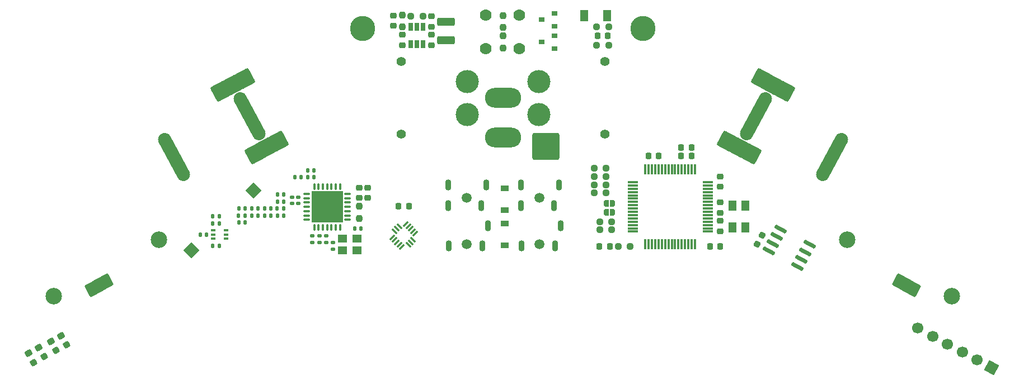
<source format=gts>
G04 #@! TF.GenerationSoftware,KiCad,Pcbnew,(6.0.0)*
G04 #@! TF.CreationDate,2022-01-13T00:17:18-05:00*
G04 #@! TF.ProjectId,TGD,5447442e-6b69-4636-9164-5f7063625858,rev?*
G04 #@! TF.SameCoordinates,Original*
G04 #@! TF.FileFunction,Soldermask,Top*
G04 #@! TF.FilePolarity,Negative*
%FSLAX46Y46*%
G04 Gerber Fmt 4.6, Leading zero omitted, Abs format (unit mm)*
G04 Created by KiCad (PCBNEW (6.0.0)) date 2022-01-13 00:17:18*
%MOMM*%
%LPD*%
G01*
G04 APERTURE LIST*
G04 Aperture macros list*
%AMRoundRect*
0 Rectangle with rounded corners*
0 $1 Rounding radius*
0 $2 $3 $4 $5 $6 $7 $8 $9 X,Y pos of 4 corners*
0 Add a 4 corners polygon primitive as box body*
4,1,4,$2,$3,$4,$5,$6,$7,$8,$9,$2,$3,0*
0 Add four circle primitives for the rounded corners*
1,1,$1+$1,$2,$3*
1,1,$1+$1,$4,$5*
1,1,$1+$1,$6,$7*
1,1,$1+$1,$8,$9*
0 Add four rect primitives between the rounded corners*
20,1,$1+$1,$2,$3,$4,$5,0*
20,1,$1+$1,$4,$5,$6,$7,0*
20,1,$1+$1,$6,$7,$8,$9,0*
20,1,$1+$1,$8,$9,$2,$3,0*%
%AMHorizOval*
0 Thick line with rounded ends*
0 $1 width*
0 $2 $3 position (X,Y) of the first rounded end (center of the circle)*
0 $4 $5 position (X,Y) of the second rounded end (center of the circle)*
0 Add line between two ends*
20,1,$1,$2,$3,$4,$5,0*
0 Add two circle primitives to create the rounded ends*
1,1,$1,$2,$3*
1,1,$1,$4,$5*%
%AMRotRect*
0 Rectangle, with rotation*
0 The origin of the aperture is its center*
0 $1 length*
0 $2 width*
0 $3 Rotation angle, in degrees counterclockwise*
0 Add horizontal line*
21,1,$1,$2,0,0,$3*%
%AMFreePoly0*
4,1,13,0.500000,-0.500000,0.000000,-0.500000,-0.095671,-0.480970,-0.176777,-0.426777,-0.230970,-0.345671,-0.250000,-0.250000,-0.250000,0.250000,-0.230970,0.345671,-0.176777,0.426777,-0.095671,0.480970,0.000000,0.500000,0.500000,0.500000,0.500000,-0.500000,0.500000,-0.500000,$1*%
%AMFreePoly1*
4,1,13,0.095671,0.480970,0.176777,0.426777,0.230970,0.345671,0.250000,0.250000,0.250000,-0.250000,0.230970,-0.345671,0.176777,-0.426777,0.095671,-0.480970,0.000000,-0.500000,-0.500000,-0.500000,-0.500000,0.500000,0.000000,0.500000,0.095671,0.480970,0.095671,0.480970,$1*%
G04 Aperture macros list end*
%ADD10RoundRect,0.225000X0.225000X0.250000X-0.225000X0.250000X-0.225000X-0.250000X0.225000X-0.250000X0*%
%ADD11RoundRect,0.225000X0.250000X-0.225000X0.250000X0.225000X-0.250000X0.225000X-0.250000X-0.225000X0*%
%ADD12RoundRect,0.225000X-0.250000X0.225000X-0.250000X-0.225000X0.250000X-0.225000X0.250000X0.225000X0*%
%ADD13RoundRect,0.140000X0.140000X0.170000X-0.140000X0.170000X-0.140000X-0.170000X0.140000X-0.170000X0*%
%ADD14RoundRect,0.140000X0.170000X-0.140000X0.170000X0.140000X-0.170000X0.140000X-0.170000X-0.140000X0*%
%ADD15RoundRect,0.140000X-0.170000X0.140000X-0.170000X-0.140000X0.170000X-0.140000X0.170000X0.140000X0*%
%ADD16RoundRect,0.250000X1.075000X-0.375000X1.075000X0.375000X-1.075000X0.375000X-1.075000X-0.375000X0*%
%ADD17R,0.900000X0.800000*%
%ADD18RoundRect,0.237500X-0.250000X-0.237500X0.250000X-0.237500X0.250000X0.237500X-0.250000X0.237500X0*%
%ADD19RoundRect,0.237500X0.250000X0.237500X-0.250000X0.237500X-0.250000X-0.237500X0.250000X-0.237500X0*%
%ADD20RoundRect,0.237500X-0.237500X0.250000X-0.237500X-0.250000X0.237500X-0.250000X0.237500X0.250000X0*%
%ADD21R,0.650000X1.220000*%
%ADD22RotRect,1.000000X0.300000X45.000000*%
%ADD23RotRect,0.300000X1.000000X45.000000*%
%ADD24RoundRect,0.075000X0.075000X-0.425000X0.075000X0.425000X-0.075000X0.425000X-0.075000X-0.425000X0*%
%ADD25RoundRect,0.075000X0.425000X-0.075000X0.425000X0.075000X-0.425000X0.075000X-0.425000X-0.075000X0*%
%ADD26R,4.800000X4.800000*%
%ADD27R,1.400000X1.200000*%
%ADD28RoundRect,1.500000X-1.250000X0.000000X-1.250000X0.000000X1.250000X0.000000X1.250000X0.000000X0*%
%ADD29C,1.400000*%
%ADD30C,3.500000*%
%ADD31C,1.778000*%
%ADD32C,3.800000*%
%ADD33RoundRect,0.140000X-0.140000X-0.170000X0.140000X-0.170000X0.140000X0.170000X-0.140000X0.170000X0*%
%ADD34R,1.300000X1.600000*%
%ADD35RoundRect,0.200000X1.303591X-0.207727X0.546280X1.201698X-1.303591X0.207727X-0.546280X-1.201698X0*%
%ADD36RoundRect,0.200000X-1.303591X0.207727X-0.546280X-1.201698X1.303591X-0.207727X0.546280X1.201698X0*%
%ADD37RoundRect,0.147500X0.147500X0.172500X-0.147500X0.172500X-0.147500X-0.172500X0.147500X-0.172500X0*%
%ADD38RoundRect,0.237500X0.107809X0.327541X-0.332636X0.090882X-0.107809X-0.327541X0.332636X-0.090882X0*%
%ADD39R,1.200000X0.900000*%
%ADD40C,2.500000*%
%ADD41HorizOval,2.000000X-1.419959X2.642672X1.419959X-2.642672X0*%
%ADD42RoundRect,0.250000X1.354210X-0.407571X0.407571X1.354210X-1.354210X0.407571X-0.407571X-1.354210X0*%
%ADD43RoundRect,0.250000X0.407571X1.354210X-1.354210X0.407571X-0.407571X-1.354210X1.354210X-0.407571X0*%
%ADD44RoundRect,0.250000X-0.407571X-1.354210X1.354210X-0.407571X0.407571X1.354210X-1.354210X0.407571X0*%
%ADD45RoundRect,0.250000X-1.354210X0.407571X-0.407571X-1.354210X1.354210X-0.407571X0.407571X1.354210X0*%
%ADD46RoundRect,0.200000X0.546280X-1.201698X1.303591X0.207727X-0.546280X1.201698X-1.303591X-0.207727X0*%
%ADD47RoundRect,0.200000X-0.546280X1.201698X-1.303591X-0.207727X0.546280X-1.201698X1.303591X0.207727X0*%
%ADD48RoundRect,0.150000X-0.797733X0.258355X0.655737X-0.522622X0.797733X-0.258355X-0.655737X0.522622X0*%
%ADD49R,0.650000X0.400000*%
%ADD50RoundRect,0.225000X-0.113726X0.316530X-0.326720X-0.079870X0.113726X-0.316530X0.326720X0.079870X0*%
%ADD51RotRect,1.700000X1.700000X241.750000*%
%ADD52HorizOval,1.700000X0.000000X0.000000X0.000000X0.000000X0*%
%ADD53RoundRect,0.225000X-0.225000X-0.250000X0.225000X-0.250000X0.225000X0.250000X-0.225000X0.250000X0*%
%ADD54RotRect,1.700000X1.700000X45.000000*%
%ADD55R,1.300000X1.700000*%
%ADD56RoundRect,0.147500X-0.147500X-0.172500X0.147500X-0.172500X0.147500X0.172500X-0.147500X0.172500X0*%
%ADD57RoundRect,0.250000X1.000000X1.000000X-1.000000X1.000000X-1.000000X-1.000000X1.000000X-1.000000X0*%
%ADD58RoundRect,0.250000X-1.000000X-1.000000X1.000000X-1.000000X1.000000X1.000000X-1.000000X1.000000X0*%
%ADD59RoundRect,0.250000X-1.000000X1.000000X-1.000000X-1.000000X1.000000X-1.000000X1.000000X1.000000X0*%
%ADD60RoundRect,0.250000X1.000000X-1.000000X1.000000X1.000000X-1.000000X1.000000X-1.000000X-1.000000X0*%
%ADD61FreePoly0,0.000000*%
%ADD62FreePoly1,0.000000*%
%ADD63HorizOval,2.000000X1.419959X2.642672X-1.419959X-2.642672X0*%
%ADD64RoundRect,0.250000X-1.354210X-0.407571X0.407571X-1.354210X1.354210X0.407571X-0.407571X1.354210X0*%
%ADD65RoundRect,0.250000X-0.407571X1.354210X-1.354210X-0.407571X0.407571X-1.354210X1.354210X0.407571X0*%
%ADD66RoundRect,0.250000X0.407571X-1.354210X1.354210X0.407571X-0.407571X1.354210X-1.354210X-0.407571X0*%
%ADD67RoundRect,0.250000X1.354210X0.407571X-0.407571X1.354210X-1.354210X-0.407571X0.407571X-1.354210X0*%
%ADD68RoundRect,0.237500X0.140843X0.345291X-0.365670X0.073132X-0.140843X-0.345291X0.365670X-0.073132X0*%
%ADD69RoundRect,0.135000X-0.135000X-0.185000X0.135000X-0.185000X0.135000X0.185000X-0.135000X0.185000X0*%
%ADD70RoundRect,0.075000X0.700000X0.075000X-0.700000X0.075000X-0.700000X-0.075000X0.700000X-0.075000X0*%
%ADD71RoundRect,0.075000X0.075000X0.700000X-0.075000X0.700000X-0.075000X-0.700000X0.075000X-0.700000X0*%
%ADD72C,1.500000*%
%ADD73O,0.900000X1.700000*%
G04 APERTURE END LIST*
D10*
X15875000Y-4750000D03*
X14325000Y-4750000D03*
D11*
X-15212500Y-6150000D03*
X-15212500Y-4600000D03*
D12*
X-10812500Y-4600000D03*
X-10812500Y-6150000D03*
D11*
X-16575000Y-3237500D03*
X-16575000Y-1687500D03*
D12*
X-10812500Y-1800000D03*
X-10812500Y-3350000D03*
D13*
X-21464000Y-33908000D03*
X-22424000Y-33908000D03*
D14*
X-25744000Y-37032000D03*
X-25744000Y-36072000D03*
D15*
X-26739500Y-35079000D03*
X-26739500Y-36039000D03*
X-27755500Y-35079000D03*
X-27755500Y-36039000D03*
X-28835000Y-35079000D03*
X-28835000Y-36039000D03*
D14*
X-30950000Y-30130000D03*
X-30950000Y-29170000D03*
X-31890000Y-30120000D03*
X-31890000Y-29160000D03*
D16*
X-8606000Y-5371000D03*
X-8606000Y-2571000D03*
D17*
X7850000Y-3250000D03*
X7850000Y-1350000D03*
X5850000Y-2300000D03*
X7850000Y-6650000D03*
X7850000Y-4750000D03*
X5850000Y-5700000D03*
D18*
X14187500Y-6150000D03*
X16012500Y-6150000D03*
D19*
X16012500Y-3350000D03*
X14187500Y-3350000D03*
X15612500Y-28550000D03*
X13787500Y-28550000D03*
X15612500Y-24800000D03*
X13787500Y-24800000D03*
D20*
X0Y-1637500D03*
X0Y-3462500D03*
X0Y-4737500D03*
X0Y-6562500D03*
D19*
X-12100000Y-1775000D03*
X-13925000Y-1775000D03*
D20*
X-15212500Y-1562500D03*
X-15212500Y-3387500D03*
X-21723000Y-30582500D03*
X-21723000Y-32407500D03*
D21*
X-12062500Y-3365000D03*
X-13012500Y-3365000D03*
X-13962500Y-3365000D03*
X-13962500Y-5985000D03*
X-13012500Y-5985000D03*
X-12062500Y-5985000D03*
D22*
X-16732412Y-35318198D03*
X-16378858Y-35671751D03*
X-16025305Y-36025305D03*
X-15671751Y-36378858D03*
X-15318198Y-36732412D03*
D23*
X-14328249Y-36378858D03*
X-13974695Y-36025305D03*
X-13621142Y-35671751D03*
D22*
X-13267588Y-34681802D03*
X-13621142Y-34328249D03*
X-13974695Y-33974695D03*
X-14328249Y-33621142D03*
X-14681802Y-33267588D03*
D23*
X-15671751Y-33621142D03*
X-16025305Y-33974695D03*
X-16378858Y-34328249D03*
D24*
X-28550000Y-33750000D03*
X-27900000Y-33750000D03*
X-27250000Y-33750000D03*
X-26600000Y-33750000D03*
X-25950000Y-33750000D03*
X-25300000Y-33750000D03*
X-24650000Y-33750000D03*
D25*
X-23500000Y-32600000D03*
X-23500000Y-31950000D03*
X-23500000Y-31300000D03*
X-23500000Y-30650000D03*
X-23500000Y-30000000D03*
X-23500000Y-29350000D03*
X-23500000Y-28700000D03*
D24*
X-24650000Y-27550000D03*
X-25300000Y-27550000D03*
X-25950000Y-27550000D03*
X-26600000Y-27550000D03*
X-27250000Y-27550000D03*
X-27900000Y-27550000D03*
X-28550000Y-27550000D03*
D25*
X-29700000Y-28700000D03*
X-29700000Y-29350000D03*
X-29700000Y-30000000D03*
X-29700000Y-30650000D03*
X-29700000Y-31300000D03*
X-29700000Y-31950000D03*
X-29700000Y-32600000D03*
D26*
X-26600000Y-30650000D03*
D27*
X-22100000Y-35500000D03*
X-24300000Y-35500000D03*
X-24300000Y-37200000D03*
X-22100000Y-37200000D03*
D28*
X0Y-14150000D03*
X0Y-20150000D03*
D29*
X-15400000Y-19650000D03*
X-15400000Y-8650000D03*
D30*
X-5400000Y-11650000D03*
X-5400000Y-16650000D03*
D31*
X2514000Y-1578000D03*
X-2566000Y-1578000D03*
X-2566000Y-6658000D03*
X2514000Y-6658000D03*
D29*
X15400000Y-19650000D03*
X15400000Y-8650000D03*
D30*
X5400000Y-16650000D03*
X5400000Y-11650000D03*
D32*
X21200000Y-3600000D03*
X-21200000Y-3600000D03*
D18*
X17437500Y-36650000D03*
X19262500Y-36650000D03*
D11*
X-21750000Y-29275000D03*
X-21750000Y-27725000D03*
D33*
X-38030000Y-30900000D03*
X-37070000Y-30900000D03*
D34*
X36700000Y-33800000D03*
X36700000Y-30500000D03*
X34700000Y-30500000D03*
X34700000Y-33800000D03*
D13*
X-35120000Y-30900000D03*
X-36080000Y-30900000D03*
D35*
X-61779777Y-42881670D03*
D36*
X-60430253Y-42156544D03*
D13*
X-42920000Y-33150000D03*
X-43880000Y-33150000D03*
D11*
X32900000Y-34325000D03*
X32900000Y-32775000D03*
D37*
X-37065000Y-31950000D03*
X-38035000Y-31950000D03*
D38*
X-69425408Y-53353941D03*
X-71033034Y-54217749D03*
D39*
X250000Y-31150000D03*
X250000Y-27850000D03*
D11*
X32900000Y-27625000D03*
X32900000Y-26075000D03*
D12*
X32900000Y-29975000D03*
X32900000Y-31525000D03*
D13*
X-42920000Y-36550000D03*
X-43880000Y-36550000D03*
D40*
X-67934333Y-44182432D03*
X-52078300Y-35662678D03*
D41*
X-49764370Y-23067213D03*
X-38312791Y-16914058D03*
D42*
X-42630499Y-13103887D03*
D43*
X-39106936Y-11210608D03*
X-40868717Y-12157248D03*
D44*
X-37518646Y-22617507D03*
D45*
X-35756865Y-21670868D03*
X-33995083Y-20724228D03*
D37*
X-28565000Y-26150000D03*
X-29535000Y-26150000D03*
D46*
X60430253Y-42156544D03*
D47*
X61779777Y-42881670D03*
D48*
X42021469Y-34000437D03*
X41420353Y-35119168D03*
X40819237Y-36237899D03*
X40218121Y-37356631D03*
X44578531Y-39699563D03*
X45179647Y-38580832D03*
X45780763Y-37462101D03*
X46381879Y-36343369D03*
D13*
X-35120000Y-31950000D03*
X-36080000Y-31950000D03*
D49*
X-41900000Y-35500000D03*
X-41900000Y-34850000D03*
X-41900000Y-34200000D03*
X-43800000Y-34200000D03*
X-43800000Y-34850000D03*
X-43800000Y-35500000D03*
D50*
X39216823Y-34917310D03*
X38483177Y-36282690D03*
D51*
X73970521Y-55052097D03*
D52*
X71733059Y-53849865D03*
X69495596Y-52647633D03*
X67258134Y-51445401D03*
X65020671Y-50243169D03*
X62783209Y-49040937D03*
D39*
X250000Y-33150000D03*
X250000Y-36450000D03*
D53*
X26975000Y-21650000D03*
X28525000Y-21650000D03*
D19*
X15612500Y-26050000D03*
X13787500Y-26050000D03*
D54*
X-47100000Y-37200000D03*
D55*
X15800000Y-1700000D03*
X12300000Y-1700000D03*
D56*
X-34155000Y-30900000D03*
X-33185000Y-30900000D03*
D18*
X14637500Y-32900000D03*
X16462500Y-32900000D03*
D54*
X-37750000Y-28200000D03*
D57*
X7266000Y-22266000D03*
D58*
X5734000Y-20734000D03*
D59*
X7266000Y-20734000D03*
D60*
X5734000Y-22266000D03*
D61*
X15500000Y-30100000D03*
D62*
X16700000Y-30100000D03*
D40*
X67934333Y-44182432D03*
X52078300Y-35662678D03*
D63*
X49764370Y-23067213D03*
X38312791Y-16914058D03*
D64*
X35756865Y-21670868D03*
D65*
X37518646Y-22617507D03*
D64*
X33995083Y-20724228D03*
D66*
X39106936Y-11210608D03*
D67*
X42630499Y-13103887D03*
D66*
X40868717Y-12157248D03*
D10*
X32875000Y-36650000D03*
X31325000Y-36650000D03*
D19*
X16462500Y-34100000D03*
X14637500Y-34100000D03*
D13*
X-39020000Y-33000000D03*
X-39980000Y-33000000D03*
D68*
X-70258442Y-51971690D03*
X-71800000Y-52800000D03*
D61*
X15500000Y-31500000D03*
D62*
X16700000Y-31500000D03*
D33*
X-39980000Y-30900000D03*
X-39020000Y-30900000D03*
D53*
X14625000Y-36650000D03*
X16175000Y-36650000D03*
D19*
X15612500Y-27300000D03*
X13787500Y-27300000D03*
D38*
X-66025408Y-51553941D03*
X-67633034Y-52417749D03*
D69*
X-43910000Y-32100000D03*
X-42890000Y-32100000D03*
D33*
X-29530000Y-25100000D03*
X-28570000Y-25100000D03*
D37*
X-33165000Y-31950000D03*
X-34135000Y-31950000D03*
D13*
X-33170000Y-29850000D03*
X-34130000Y-29850000D03*
D53*
X26975000Y-22950000D03*
X28525000Y-22950000D03*
D13*
X-33170000Y-28800000D03*
X-34130000Y-28800000D03*
D70*
X30975000Y-34400000D03*
X30975000Y-33900000D03*
X30975000Y-33400000D03*
X30975000Y-32900000D03*
X30975000Y-32400000D03*
X30975000Y-31900000D03*
X30975000Y-31400000D03*
X30975000Y-30900000D03*
X30975000Y-30400000D03*
X30975000Y-29900000D03*
X30975000Y-29400000D03*
X30975000Y-28900000D03*
X30975000Y-28400000D03*
X30975000Y-27900000D03*
X30975000Y-27400000D03*
X30975000Y-26900000D03*
D71*
X29050000Y-24975000D03*
X28550000Y-24975000D03*
X28050000Y-24975000D03*
X27550000Y-24975000D03*
X27050000Y-24975000D03*
X26550000Y-24975000D03*
X26050000Y-24975000D03*
X25550000Y-24975000D03*
X25050000Y-24975000D03*
X24550000Y-24975000D03*
X24050000Y-24975000D03*
X23550000Y-24975000D03*
X23050000Y-24975000D03*
X22550000Y-24975000D03*
X22050000Y-24975000D03*
X21550000Y-24975000D03*
D70*
X19625000Y-26900000D03*
X19625000Y-27400000D03*
X19625000Y-27900000D03*
X19625000Y-28400000D03*
X19625000Y-28900000D03*
X19625000Y-29400000D03*
X19625000Y-29900000D03*
X19625000Y-30400000D03*
X19625000Y-30900000D03*
X19625000Y-31400000D03*
X19625000Y-31900000D03*
X19625000Y-32400000D03*
X19625000Y-32900000D03*
X19625000Y-33400000D03*
X19625000Y-33900000D03*
X19625000Y-34400000D03*
D71*
X21550000Y-36325000D03*
X22050000Y-36325000D03*
X22550000Y-36325000D03*
X23050000Y-36325000D03*
X23550000Y-36325000D03*
X24050000Y-36325000D03*
X24550000Y-36325000D03*
X25050000Y-36325000D03*
X25550000Y-36325000D03*
X26050000Y-36325000D03*
X26550000Y-36325000D03*
X27050000Y-36325000D03*
X27550000Y-36325000D03*
X28050000Y-36325000D03*
X28550000Y-36325000D03*
X29050000Y-36325000D03*
D53*
X22025000Y-22950000D03*
X23575000Y-22950000D03*
D68*
X-66858442Y-50171690D03*
X-68400000Y-51000000D03*
D53*
X-15775000Y-30550000D03*
X-14225000Y-30550000D03*
D37*
X-39020000Y-31950000D03*
X-39990000Y-31950000D03*
D33*
X-31480000Y-26150000D03*
X-30520000Y-26150000D03*
D13*
X-44820000Y-34850000D03*
X-45780000Y-34850000D03*
D11*
X-20450000Y-29275000D03*
X-20450000Y-27725000D03*
D72*
X5500000Y-36300000D03*
X5500000Y-29300000D03*
D73*
X2800000Y-36600000D03*
X7930000Y-36600000D03*
X2760000Y-27300000D03*
X8460000Y-27300000D03*
X7710000Y-30500000D03*
X2760000Y-30500000D03*
X8750000Y-33550000D03*
D72*
X-5500000Y-29300000D03*
X-5500000Y-36300000D03*
D73*
X-8200000Y-36600000D03*
X-3070000Y-36600000D03*
X-8240000Y-27300000D03*
X-2540000Y-27300000D03*
X-3290000Y-30500000D03*
X-8240000Y-30500000D03*
X-2250000Y-33550000D03*
M02*

</source>
